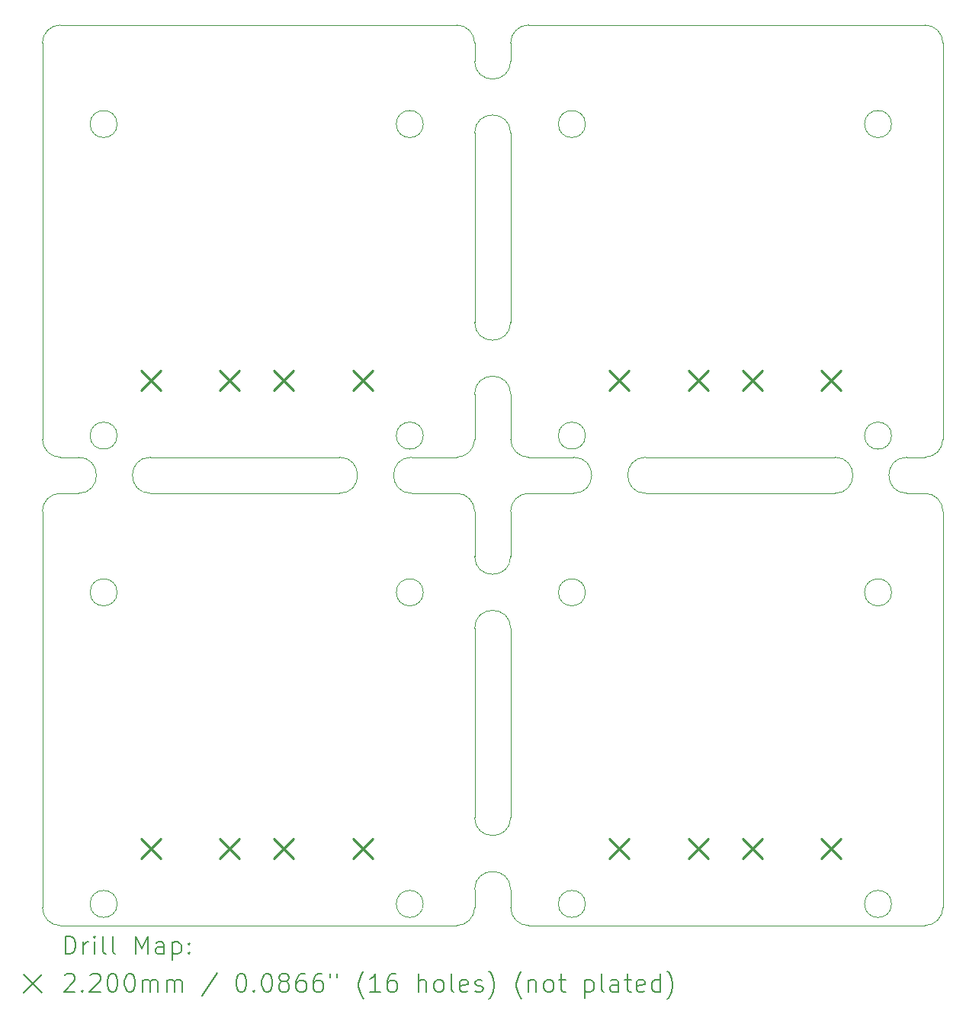
<source format=gbr>
%TF.GenerationSoftware,KiCad,Pcbnew,7.0.7-7.0.7~ubuntu22.04.1*%
%TF.CreationDate,2023-09-26T14:07:11+13:00*%
%TF.ProjectId,VCA,5643412e-6b69-4636-9164-5f7063625858,rev?*%
%TF.SameCoordinates,Original*%
%TF.FileFunction,Drillmap*%
%TF.FilePolarity,Positive*%
%FSLAX45Y45*%
G04 Gerber Fmt 4.5, Leading zero omitted, Abs format (unit mm)*
G04 Created by KiCad (PCBNEW 7.0.7-7.0.7~ubuntu22.04.1) date 2023-09-26 14:07:11*
%MOMM*%
%LPD*%
G01*
G04 APERTURE LIST*
%ADD10C,0.100000*%
%ADD11C,0.200000*%
%ADD12C,0.220000*%
G04 APERTURE END LIST*
D10*
X17500000Y-9800000D02*
X17300000Y-9800000D01*
X12500000Y-9600000D02*
X12500000Y-9100000D01*
X12900000Y-11700000D02*
G75*
G03*
X12500000Y-11700000I-200000J0D01*
G01*
X12900000Y-13800000D02*
X12900000Y-11700000D01*
X12900000Y-9600000D02*
X12900000Y-9100000D01*
X8100000Y-10200000D02*
G75*
G03*
X8100000Y-9800000I0J200000D01*
G01*
X12500000Y-13800000D02*
G75*
G03*
X12900000Y-13800000I200000J0D01*
G01*
X17500000Y-15000000D02*
G75*
G03*
X17700000Y-14800000I0J200000D01*
G01*
X7900000Y-15000000D02*
X12300000Y-15000000D01*
X13100000Y-15000000D02*
X17500000Y-15000000D01*
X7700000Y-14800000D02*
X7700000Y-10400000D01*
X12300000Y-9800000D02*
X11800000Y-9800000D01*
X13730000Y-14760000D02*
G75*
G03*
X13730000Y-14760000I-150000J0D01*
G01*
X7900000Y-5000000D02*
G75*
G03*
X7700000Y-5200000I0J-200000D01*
G01*
X12900000Y-14600000D02*
G75*
G03*
X12500000Y-14600000I-200000J0D01*
G01*
X8900000Y-9800000D02*
G75*
G03*
X8900000Y-10200000I0J-200000D01*
G01*
X11000000Y-10200000D02*
G75*
G03*
X11000000Y-9800000I0J200000D01*
G01*
X17500000Y-10200000D02*
X17300000Y-10200000D01*
X13100000Y-10200000D02*
X13600000Y-10200000D01*
X12500000Y-10400000D02*
X12500000Y-10900000D01*
X13100000Y-5000000D02*
X17500000Y-5000000D01*
X13730000Y-11300000D02*
G75*
G03*
X13730000Y-11300000I-150000J0D01*
G01*
X8900000Y-10200000D02*
X11000000Y-10200000D01*
X12500000Y-8300000D02*
G75*
G03*
X12900000Y-8300000I200000J0D01*
G01*
X12500000Y-5200000D02*
X12500000Y-5400000D01*
X12900000Y-8300000D02*
X12900000Y-6200000D01*
X11930000Y-14760000D02*
G75*
G03*
X11930000Y-14760000I-150000J0D01*
G01*
X12300000Y-9800000D02*
G75*
G03*
X12500000Y-9600000I0J200000D01*
G01*
X14400000Y-10200000D02*
X16500000Y-10200000D01*
X13730000Y-6100000D02*
G75*
G03*
X13730000Y-6100000I-150000J0D01*
G01*
X16500000Y-10200000D02*
G75*
G03*
X16500000Y-9800000I0J200000D01*
G01*
X12900000Y-9100000D02*
G75*
G03*
X12500000Y-9100000I-200000J0D01*
G01*
X17130000Y-6100000D02*
G75*
G03*
X17130000Y-6100000I-150000J0D01*
G01*
X7900000Y-5000000D02*
X12300000Y-5000000D01*
X12500000Y-10900000D02*
G75*
G03*
X12900000Y-10900000I200000J0D01*
G01*
X12500000Y-5200000D02*
G75*
G03*
X12300000Y-5000000I-200000J0D01*
G01*
X11930000Y-9560000D02*
G75*
G03*
X11930000Y-9560000I-150000J0D01*
G01*
X12900000Y-14800000D02*
X12900000Y-14600000D01*
X13730000Y-9560000D02*
G75*
G03*
X13730000Y-9560000I-150000J0D01*
G01*
X12500000Y-5400000D02*
G75*
G03*
X12900000Y-5400000I200000J0D01*
G01*
X11800000Y-9800000D02*
G75*
G03*
X11800000Y-10200000I0J-200000D01*
G01*
X12900000Y-5200000D02*
X12900000Y-5400000D01*
X12300000Y-10200000D02*
X11800000Y-10200000D01*
X17500000Y-9800000D02*
G75*
G03*
X17700000Y-9600000I0J200000D01*
G01*
X12500000Y-10400000D02*
G75*
G03*
X12300000Y-10200000I-200000J0D01*
G01*
X16500000Y-9800000D02*
X14400000Y-9800000D01*
X13600000Y-10200000D02*
G75*
G03*
X13600000Y-9800000I0J200000D01*
G01*
X11930000Y-11300000D02*
G75*
G03*
X11930000Y-11300000I-150000J0D01*
G01*
X17700000Y-5200000D02*
G75*
G03*
X17500000Y-5000000I-200000J0D01*
G01*
X13100000Y-9800000D02*
X13600000Y-9800000D01*
X13100000Y-10200000D02*
G75*
G03*
X12900000Y-10400000I0J-200000D01*
G01*
X12500000Y-14800000D02*
X12500000Y-14600000D01*
X7900000Y-10200000D02*
G75*
G03*
X7700000Y-10400000I0J-200000D01*
G01*
X12900000Y-10400000D02*
X12900000Y-10900000D01*
X12500000Y-6200000D02*
X12500000Y-8300000D01*
X7700000Y-9600000D02*
X7700000Y-5200000D01*
X12300000Y-15000000D02*
G75*
G03*
X12500000Y-14800000I0J200000D01*
G01*
X13100000Y-5000000D02*
G75*
G03*
X12900000Y-5200000I0J-200000D01*
G01*
X17700000Y-10400000D02*
X17700000Y-14800000D01*
X12900000Y-6200000D02*
G75*
G03*
X12500000Y-6200000I-200000J0D01*
G01*
X12900000Y-9600000D02*
G75*
G03*
X13100000Y-9800000I200000J0D01*
G01*
X17130000Y-11300000D02*
G75*
G03*
X17130000Y-11300000I-150000J0D01*
G01*
X12900000Y-14800000D02*
G75*
G03*
X13100000Y-15000000I200000J0D01*
G01*
X11000000Y-9800000D02*
X8900000Y-9800000D01*
X8530000Y-9560000D02*
G75*
G03*
X8530000Y-9560000I-150000J0D01*
G01*
X17700000Y-5200000D02*
X17700000Y-9600000D01*
X17130000Y-9560000D02*
G75*
G03*
X17130000Y-9560000I-150000J0D01*
G01*
X11930000Y-6100000D02*
G75*
G03*
X11930000Y-6100000I-150000J0D01*
G01*
X17300000Y-9800000D02*
G75*
G03*
X17300000Y-10200000I0J-200000D01*
G01*
X12500000Y-11700000D02*
X12500000Y-13800000D01*
X17130000Y-14760000D02*
G75*
G03*
X17130000Y-14760000I-150000J0D01*
G01*
X8530000Y-11300000D02*
G75*
G03*
X8530000Y-11300000I-150000J0D01*
G01*
X7900000Y-9800000D02*
X8100000Y-9800000D01*
X8530000Y-14760000D02*
G75*
G03*
X8530000Y-14760000I-150000J0D01*
G01*
X7700000Y-9600000D02*
G75*
G03*
X7900000Y-9800000I200000J0D01*
G01*
X7900000Y-10200000D02*
X8100000Y-10200000D01*
X7700000Y-14800000D02*
G75*
G03*
X7900000Y-15000000I200000J0D01*
G01*
X17700000Y-10400000D02*
G75*
G03*
X17500000Y-10200000I-200000J0D01*
G01*
X8530000Y-6100000D02*
G75*
G03*
X8530000Y-6100000I-150000J0D01*
G01*
X14400000Y-9800000D02*
G75*
G03*
X14400000Y-10200000I0J-200000D01*
G01*
D11*
D12*
X8792000Y-14040000D02*
X9012000Y-14260000D01*
X9012000Y-14040000D02*
X8792000Y-14260000D01*
X8792000Y-8840000D02*
X9012000Y-9060000D01*
X9012000Y-8840000D02*
X8792000Y-9060000D01*
X9672000Y-14040000D02*
X9892000Y-14260000D01*
X9892000Y-14040000D02*
X9672000Y-14260000D01*
X9672000Y-8840000D02*
X9892000Y-9060000D01*
X9892000Y-8840000D02*
X9672000Y-9060000D01*
X10272000Y-14040000D02*
X10492000Y-14260000D01*
X10492000Y-14040000D02*
X10272000Y-14260000D01*
X10272000Y-8840000D02*
X10492000Y-9060000D01*
X10492000Y-8840000D02*
X10272000Y-9060000D01*
X11152000Y-14040000D02*
X11372000Y-14260000D01*
X11372000Y-14040000D02*
X11152000Y-14260000D01*
X11152000Y-8840000D02*
X11372000Y-9060000D01*
X11372000Y-8840000D02*
X11152000Y-9060000D01*
X13992000Y-8840000D02*
X14212000Y-9060000D01*
X14212000Y-8840000D02*
X13992000Y-9060000D01*
X13992000Y-14040000D02*
X14212000Y-14260000D01*
X14212000Y-14040000D02*
X13992000Y-14260000D01*
X14872000Y-8840000D02*
X15092000Y-9060000D01*
X15092000Y-8840000D02*
X14872000Y-9060000D01*
X14872000Y-14040000D02*
X15092000Y-14260000D01*
X15092000Y-14040000D02*
X14872000Y-14260000D01*
X15472000Y-8840000D02*
X15692000Y-9060000D01*
X15692000Y-8840000D02*
X15472000Y-9060000D01*
X15472000Y-14040000D02*
X15692000Y-14260000D01*
X15692000Y-14040000D02*
X15472000Y-14260000D01*
X16352000Y-8840000D02*
X16572000Y-9060000D01*
X16572000Y-8840000D02*
X16352000Y-9060000D01*
X16352000Y-14040000D02*
X16572000Y-14260000D01*
X16572000Y-14040000D02*
X16352000Y-14260000D01*
D11*
X7955777Y-15316484D02*
X7955777Y-15116484D01*
X7955777Y-15116484D02*
X8003396Y-15116484D01*
X8003396Y-15116484D02*
X8031967Y-15126008D01*
X8031967Y-15126008D02*
X8051015Y-15145055D01*
X8051015Y-15145055D02*
X8060539Y-15164103D01*
X8060539Y-15164103D02*
X8070062Y-15202198D01*
X8070062Y-15202198D02*
X8070062Y-15230769D01*
X8070062Y-15230769D02*
X8060539Y-15268865D01*
X8060539Y-15268865D02*
X8051015Y-15287912D01*
X8051015Y-15287912D02*
X8031967Y-15306960D01*
X8031967Y-15306960D02*
X8003396Y-15316484D01*
X8003396Y-15316484D02*
X7955777Y-15316484D01*
X8155777Y-15316484D02*
X8155777Y-15183150D01*
X8155777Y-15221246D02*
X8165300Y-15202198D01*
X8165300Y-15202198D02*
X8174824Y-15192674D01*
X8174824Y-15192674D02*
X8193872Y-15183150D01*
X8193872Y-15183150D02*
X8212920Y-15183150D01*
X8279586Y-15316484D02*
X8279586Y-15183150D01*
X8279586Y-15116484D02*
X8270062Y-15126008D01*
X8270062Y-15126008D02*
X8279586Y-15135531D01*
X8279586Y-15135531D02*
X8289110Y-15126008D01*
X8289110Y-15126008D02*
X8279586Y-15116484D01*
X8279586Y-15116484D02*
X8279586Y-15135531D01*
X8403396Y-15316484D02*
X8384348Y-15306960D01*
X8384348Y-15306960D02*
X8374824Y-15287912D01*
X8374824Y-15287912D02*
X8374824Y-15116484D01*
X8508158Y-15316484D02*
X8489110Y-15306960D01*
X8489110Y-15306960D02*
X8479586Y-15287912D01*
X8479586Y-15287912D02*
X8479586Y-15116484D01*
X8736729Y-15316484D02*
X8736729Y-15116484D01*
X8736729Y-15116484D02*
X8803396Y-15259341D01*
X8803396Y-15259341D02*
X8870062Y-15116484D01*
X8870062Y-15116484D02*
X8870062Y-15316484D01*
X9051015Y-15316484D02*
X9051015Y-15211722D01*
X9051015Y-15211722D02*
X9041491Y-15192674D01*
X9041491Y-15192674D02*
X9022443Y-15183150D01*
X9022443Y-15183150D02*
X8984348Y-15183150D01*
X8984348Y-15183150D02*
X8965301Y-15192674D01*
X9051015Y-15306960D02*
X9031967Y-15316484D01*
X9031967Y-15316484D02*
X8984348Y-15316484D01*
X8984348Y-15316484D02*
X8965301Y-15306960D01*
X8965301Y-15306960D02*
X8955777Y-15287912D01*
X8955777Y-15287912D02*
X8955777Y-15268865D01*
X8955777Y-15268865D02*
X8965301Y-15249817D01*
X8965301Y-15249817D02*
X8984348Y-15240293D01*
X8984348Y-15240293D02*
X9031967Y-15240293D01*
X9031967Y-15240293D02*
X9051015Y-15230769D01*
X9146253Y-15183150D02*
X9146253Y-15383150D01*
X9146253Y-15192674D02*
X9165301Y-15183150D01*
X9165301Y-15183150D02*
X9203396Y-15183150D01*
X9203396Y-15183150D02*
X9222443Y-15192674D01*
X9222443Y-15192674D02*
X9231967Y-15202198D01*
X9231967Y-15202198D02*
X9241491Y-15221246D01*
X9241491Y-15221246D02*
X9241491Y-15278388D01*
X9241491Y-15278388D02*
X9231967Y-15297436D01*
X9231967Y-15297436D02*
X9222443Y-15306960D01*
X9222443Y-15306960D02*
X9203396Y-15316484D01*
X9203396Y-15316484D02*
X9165301Y-15316484D01*
X9165301Y-15316484D02*
X9146253Y-15306960D01*
X9327205Y-15297436D02*
X9336729Y-15306960D01*
X9336729Y-15306960D02*
X9327205Y-15316484D01*
X9327205Y-15316484D02*
X9317682Y-15306960D01*
X9317682Y-15306960D02*
X9327205Y-15297436D01*
X9327205Y-15297436D02*
X9327205Y-15316484D01*
X9327205Y-15192674D02*
X9336729Y-15202198D01*
X9336729Y-15202198D02*
X9327205Y-15211722D01*
X9327205Y-15211722D02*
X9317682Y-15202198D01*
X9317682Y-15202198D02*
X9327205Y-15192674D01*
X9327205Y-15192674D02*
X9327205Y-15211722D01*
X7495000Y-15545000D02*
X7695000Y-15745000D01*
X7695000Y-15545000D02*
X7495000Y-15745000D01*
X7946253Y-15555531D02*
X7955777Y-15546008D01*
X7955777Y-15546008D02*
X7974824Y-15536484D01*
X7974824Y-15536484D02*
X8022443Y-15536484D01*
X8022443Y-15536484D02*
X8041491Y-15546008D01*
X8041491Y-15546008D02*
X8051015Y-15555531D01*
X8051015Y-15555531D02*
X8060539Y-15574579D01*
X8060539Y-15574579D02*
X8060539Y-15593627D01*
X8060539Y-15593627D02*
X8051015Y-15622198D01*
X8051015Y-15622198D02*
X7936729Y-15736484D01*
X7936729Y-15736484D02*
X8060539Y-15736484D01*
X8146253Y-15717436D02*
X8155777Y-15726960D01*
X8155777Y-15726960D02*
X8146253Y-15736484D01*
X8146253Y-15736484D02*
X8136729Y-15726960D01*
X8136729Y-15726960D02*
X8146253Y-15717436D01*
X8146253Y-15717436D02*
X8146253Y-15736484D01*
X8231967Y-15555531D02*
X8241491Y-15546008D01*
X8241491Y-15546008D02*
X8260539Y-15536484D01*
X8260539Y-15536484D02*
X8308158Y-15536484D01*
X8308158Y-15536484D02*
X8327205Y-15546008D01*
X8327205Y-15546008D02*
X8336729Y-15555531D01*
X8336729Y-15555531D02*
X8346253Y-15574579D01*
X8346253Y-15574579D02*
X8346253Y-15593627D01*
X8346253Y-15593627D02*
X8336729Y-15622198D01*
X8336729Y-15622198D02*
X8222443Y-15736484D01*
X8222443Y-15736484D02*
X8346253Y-15736484D01*
X8470062Y-15536484D02*
X8489110Y-15536484D01*
X8489110Y-15536484D02*
X8508158Y-15546008D01*
X8508158Y-15546008D02*
X8517682Y-15555531D01*
X8517682Y-15555531D02*
X8527205Y-15574579D01*
X8527205Y-15574579D02*
X8536729Y-15612674D01*
X8536729Y-15612674D02*
X8536729Y-15660293D01*
X8536729Y-15660293D02*
X8527205Y-15698388D01*
X8527205Y-15698388D02*
X8517682Y-15717436D01*
X8517682Y-15717436D02*
X8508158Y-15726960D01*
X8508158Y-15726960D02*
X8489110Y-15736484D01*
X8489110Y-15736484D02*
X8470062Y-15736484D01*
X8470062Y-15736484D02*
X8451015Y-15726960D01*
X8451015Y-15726960D02*
X8441491Y-15717436D01*
X8441491Y-15717436D02*
X8431967Y-15698388D01*
X8431967Y-15698388D02*
X8422443Y-15660293D01*
X8422443Y-15660293D02*
X8422443Y-15612674D01*
X8422443Y-15612674D02*
X8431967Y-15574579D01*
X8431967Y-15574579D02*
X8441491Y-15555531D01*
X8441491Y-15555531D02*
X8451015Y-15546008D01*
X8451015Y-15546008D02*
X8470062Y-15536484D01*
X8660539Y-15536484D02*
X8679586Y-15536484D01*
X8679586Y-15536484D02*
X8698634Y-15546008D01*
X8698634Y-15546008D02*
X8708158Y-15555531D01*
X8708158Y-15555531D02*
X8717682Y-15574579D01*
X8717682Y-15574579D02*
X8727205Y-15612674D01*
X8727205Y-15612674D02*
X8727205Y-15660293D01*
X8727205Y-15660293D02*
X8717682Y-15698388D01*
X8717682Y-15698388D02*
X8708158Y-15717436D01*
X8708158Y-15717436D02*
X8698634Y-15726960D01*
X8698634Y-15726960D02*
X8679586Y-15736484D01*
X8679586Y-15736484D02*
X8660539Y-15736484D01*
X8660539Y-15736484D02*
X8641491Y-15726960D01*
X8641491Y-15726960D02*
X8631967Y-15717436D01*
X8631967Y-15717436D02*
X8622443Y-15698388D01*
X8622443Y-15698388D02*
X8612920Y-15660293D01*
X8612920Y-15660293D02*
X8612920Y-15612674D01*
X8612920Y-15612674D02*
X8622443Y-15574579D01*
X8622443Y-15574579D02*
X8631967Y-15555531D01*
X8631967Y-15555531D02*
X8641491Y-15546008D01*
X8641491Y-15546008D02*
X8660539Y-15536484D01*
X8812920Y-15736484D02*
X8812920Y-15603150D01*
X8812920Y-15622198D02*
X8822443Y-15612674D01*
X8822443Y-15612674D02*
X8841491Y-15603150D01*
X8841491Y-15603150D02*
X8870063Y-15603150D01*
X8870063Y-15603150D02*
X8889110Y-15612674D01*
X8889110Y-15612674D02*
X8898634Y-15631722D01*
X8898634Y-15631722D02*
X8898634Y-15736484D01*
X8898634Y-15631722D02*
X8908158Y-15612674D01*
X8908158Y-15612674D02*
X8927205Y-15603150D01*
X8927205Y-15603150D02*
X8955777Y-15603150D01*
X8955777Y-15603150D02*
X8974824Y-15612674D01*
X8974824Y-15612674D02*
X8984348Y-15631722D01*
X8984348Y-15631722D02*
X8984348Y-15736484D01*
X9079586Y-15736484D02*
X9079586Y-15603150D01*
X9079586Y-15622198D02*
X9089110Y-15612674D01*
X9089110Y-15612674D02*
X9108158Y-15603150D01*
X9108158Y-15603150D02*
X9136729Y-15603150D01*
X9136729Y-15603150D02*
X9155777Y-15612674D01*
X9155777Y-15612674D02*
X9165301Y-15631722D01*
X9165301Y-15631722D02*
X9165301Y-15736484D01*
X9165301Y-15631722D02*
X9174824Y-15612674D01*
X9174824Y-15612674D02*
X9193872Y-15603150D01*
X9193872Y-15603150D02*
X9222443Y-15603150D01*
X9222443Y-15603150D02*
X9241491Y-15612674D01*
X9241491Y-15612674D02*
X9251015Y-15631722D01*
X9251015Y-15631722D02*
X9251015Y-15736484D01*
X9641491Y-15526960D02*
X9470063Y-15784103D01*
X9898634Y-15536484D02*
X9917682Y-15536484D01*
X9917682Y-15536484D02*
X9936729Y-15546008D01*
X9936729Y-15546008D02*
X9946253Y-15555531D01*
X9946253Y-15555531D02*
X9955777Y-15574579D01*
X9955777Y-15574579D02*
X9965301Y-15612674D01*
X9965301Y-15612674D02*
X9965301Y-15660293D01*
X9965301Y-15660293D02*
X9955777Y-15698388D01*
X9955777Y-15698388D02*
X9946253Y-15717436D01*
X9946253Y-15717436D02*
X9936729Y-15726960D01*
X9936729Y-15726960D02*
X9917682Y-15736484D01*
X9917682Y-15736484D02*
X9898634Y-15736484D01*
X9898634Y-15736484D02*
X9879586Y-15726960D01*
X9879586Y-15726960D02*
X9870063Y-15717436D01*
X9870063Y-15717436D02*
X9860539Y-15698388D01*
X9860539Y-15698388D02*
X9851015Y-15660293D01*
X9851015Y-15660293D02*
X9851015Y-15612674D01*
X9851015Y-15612674D02*
X9860539Y-15574579D01*
X9860539Y-15574579D02*
X9870063Y-15555531D01*
X9870063Y-15555531D02*
X9879586Y-15546008D01*
X9879586Y-15546008D02*
X9898634Y-15536484D01*
X10051015Y-15717436D02*
X10060539Y-15726960D01*
X10060539Y-15726960D02*
X10051015Y-15736484D01*
X10051015Y-15736484D02*
X10041491Y-15726960D01*
X10041491Y-15726960D02*
X10051015Y-15717436D01*
X10051015Y-15717436D02*
X10051015Y-15736484D01*
X10184348Y-15536484D02*
X10203396Y-15536484D01*
X10203396Y-15536484D02*
X10222444Y-15546008D01*
X10222444Y-15546008D02*
X10231967Y-15555531D01*
X10231967Y-15555531D02*
X10241491Y-15574579D01*
X10241491Y-15574579D02*
X10251015Y-15612674D01*
X10251015Y-15612674D02*
X10251015Y-15660293D01*
X10251015Y-15660293D02*
X10241491Y-15698388D01*
X10241491Y-15698388D02*
X10231967Y-15717436D01*
X10231967Y-15717436D02*
X10222444Y-15726960D01*
X10222444Y-15726960D02*
X10203396Y-15736484D01*
X10203396Y-15736484D02*
X10184348Y-15736484D01*
X10184348Y-15736484D02*
X10165301Y-15726960D01*
X10165301Y-15726960D02*
X10155777Y-15717436D01*
X10155777Y-15717436D02*
X10146253Y-15698388D01*
X10146253Y-15698388D02*
X10136729Y-15660293D01*
X10136729Y-15660293D02*
X10136729Y-15612674D01*
X10136729Y-15612674D02*
X10146253Y-15574579D01*
X10146253Y-15574579D02*
X10155777Y-15555531D01*
X10155777Y-15555531D02*
X10165301Y-15546008D01*
X10165301Y-15546008D02*
X10184348Y-15536484D01*
X10365301Y-15622198D02*
X10346253Y-15612674D01*
X10346253Y-15612674D02*
X10336729Y-15603150D01*
X10336729Y-15603150D02*
X10327206Y-15584103D01*
X10327206Y-15584103D02*
X10327206Y-15574579D01*
X10327206Y-15574579D02*
X10336729Y-15555531D01*
X10336729Y-15555531D02*
X10346253Y-15546008D01*
X10346253Y-15546008D02*
X10365301Y-15536484D01*
X10365301Y-15536484D02*
X10403396Y-15536484D01*
X10403396Y-15536484D02*
X10422444Y-15546008D01*
X10422444Y-15546008D02*
X10431967Y-15555531D01*
X10431967Y-15555531D02*
X10441491Y-15574579D01*
X10441491Y-15574579D02*
X10441491Y-15584103D01*
X10441491Y-15584103D02*
X10431967Y-15603150D01*
X10431967Y-15603150D02*
X10422444Y-15612674D01*
X10422444Y-15612674D02*
X10403396Y-15622198D01*
X10403396Y-15622198D02*
X10365301Y-15622198D01*
X10365301Y-15622198D02*
X10346253Y-15631722D01*
X10346253Y-15631722D02*
X10336729Y-15641246D01*
X10336729Y-15641246D02*
X10327206Y-15660293D01*
X10327206Y-15660293D02*
X10327206Y-15698388D01*
X10327206Y-15698388D02*
X10336729Y-15717436D01*
X10336729Y-15717436D02*
X10346253Y-15726960D01*
X10346253Y-15726960D02*
X10365301Y-15736484D01*
X10365301Y-15736484D02*
X10403396Y-15736484D01*
X10403396Y-15736484D02*
X10422444Y-15726960D01*
X10422444Y-15726960D02*
X10431967Y-15717436D01*
X10431967Y-15717436D02*
X10441491Y-15698388D01*
X10441491Y-15698388D02*
X10441491Y-15660293D01*
X10441491Y-15660293D02*
X10431967Y-15641246D01*
X10431967Y-15641246D02*
X10422444Y-15631722D01*
X10422444Y-15631722D02*
X10403396Y-15622198D01*
X10612920Y-15536484D02*
X10574825Y-15536484D01*
X10574825Y-15536484D02*
X10555777Y-15546008D01*
X10555777Y-15546008D02*
X10546253Y-15555531D01*
X10546253Y-15555531D02*
X10527206Y-15584103D01*
X10527206Y-15584103D02*
X10517682Y-15622198D01*
X10517682Y-15622198D02*
X10517682Y-15698388D01*
X10517682Y-15698388D02*
X10527206Y-15717436D01*
X10527206Y-15717436D02*
X10536729Y-15726960D01*
X10536729Y-15726960D02*
X10555777Y-15736484D01*
X10555777Y-15736484D02*
X10593872Y-15736484D01*
X10593872Y-15736484D02*
X10612920Y-15726960D01*
X10612920Y-15726960D02*
X10622444Y-15717436D01*
X10622444Y-15717436D02*
X10631967Y-15698388D01*
X10631967Y-15698388D02*
X10631967Y-15650769D01*
X10631967Y-15650769D02*
X10622444Y-15631722D01*
X10622444Y-15631722D02*
X10612920Y-15622198D01*
X10612920Y-15622198D02*
X10593872Y-15612674D01*
X10593872Y-15612674D02*
X10555777Y-15612674D01*
X10555777Y-15612674D02*
X10536729Y-15622198D01*
X10536729Y-15622198D02*
X10527206Y-15631722D01*
X10527206Y-15631722D02*
X10517682Y-15650769D01*
X10803396Y-15536484D02*
X10765301Y-15536484D01*
X10765301Y-15536484D02*
X10746253Y-15546008D01*
X10746253Y-15546008D02*
X10736729Y-15555531D01*
X10736729Y-15555531D02*
X10717682Y-15584103D01*
X10717682Y-15584103D02*
X10708158Y-15622198D01*
X10708158Y-15622198D02*
X10708158Y-15698388D01*
X10708158Y-15698388D02*
X10717682Y-15717436D01*
X10717682Y-15717436D02*
X10727206Y-15726960D01*
X10727206Y-15726960D02*
X10746253Y-15736484D01*
X10746253Y-15736484D02*
X10784348Y-15736484D01*
X10784348Y-15736484D02*
X10803396Y-15726960D01*
X10803396Y-15726960D02*
X10812920Y-15717436D01*
X10812920Y-15717436D02*
X10822444Y-15698388D01*
X10822444Y-15698388D02*
X10822444Y-15650769D01*
X10822444Y-15650769D02*
X10812920Y-15631722D01*
X10812920Y-15631722D02*
X10803396Y-15622198D01*
X10803396Y-15622198D02*
X10784348Y-15612674D01*
X10784348Y-15612674D02*
X10746253Y-15612674D01*
X10746253Y-15612674D02*
X10727206Y-15622198D01*
X10727206Y-15622198D02*
X10717682Y-15631722D01*
X10717682Y-15631722D02*
X10708158Y-15650769D01*
X10898634Y-15536484D02*
X10898634Y-15574579D01*
X10974825Y-15536484D02*
X10974825Y-15574579D01*
X11270063Y-15812674D02*
X11260539Y-15803150D01*
X11260539Y-15803150D02*
X11241491Y-15774579D01*
X11241491Y-15774579D02*
X11231967Y-15755531D01*
X11231967Y-15755531D02*
X11222444Y-15726960D01*
X11222444Y-15726960D02*
X11212920Y-15679341D01*
X11212920Y-15679341D02*
X11212920Y-15641246D01*
X11212920Y-15641246D02*
X11222444Y-15593627D01*
X11222444Y-15593627D02*
X11231967Y-15565055D01*
X11231967Y-15565055D02*
X11241491Y-15546008D01*
X11241491Y-15546008D02*
X11260539Y-15517436D01*
X11260539Y-15517436D02*
X11270063Y-15507912D01*
X11451015Y-15736484D02*
X11336729Y-15736484D01*
X11393872Y-15736484D02*
X11393872Y-15536484D01*
X11393872Y-15536484D02*
X11374825Y-15565055D01*
X11374825Y-15565055D02*
X11355777Y-15584103D01*
X11355777Y-15584103D02*
X11336729Y-15593627D01*
X11622444Y-15536484D02*
X11584348Y-15536484D01*
X11584348Y-15536484D02*
X11565301Y-15546008D01*
X11565301Y-15546008D02*
X11555777Y-15555531D01*
X11555777Y-15555531D02*
X11536729Y-15584103D01*
X11536729Y-15584103D02*
X11527206Y-15622198D01*
X11527206Y-15622198D02*
X11527206Y-15698388D01*
X11527206Y-15698388D02*
X11536729Y-15717436D01*
X11536729Y-15717436D02*
X11546253Y-15726960D01*
X11546253Y-15726960D02*
X11565301Y-15736484D01*
X11565301Y-15736484D02*
X11603396Y-15736484D01*
X11603396Y-15736484D02*
X11622444Y-15726960D01*
X11622444Y-15726960D02*
X11631967Y-15717436D01*
X11631967Y-15717436D02*
X11641491Y-15698388D01*
X11641491Y-15698388D02*
X11641491Y-15650769D01*
X11641491Y-15650769D02*
X11631967Y-15631722D01*
X11631967Y-15631722D02*
X11622444Y-15622198D01*
X11622444Y-15622198D02*
X11603396Y-15612674D01*
X11603396Y-15612674D02*
X11565301Y-15612674D01*
X11565301Y-15612674D02*
X11546253Y-15622198D01*
X11546253Y-15622198D02*
X11536729Y-15631722D01*
X11536729Y-15631722D02*
X11527206Y-15650769D01*
X11879587Y-15736484D02*
X11879587Y-15536484D01*
X11965301Y-15736484D02*
X11965301Y-15631722D01*
X11965301Y-15631722D02*
X11955777Y-15612674D01*
X11955777Y-15612674D02*
X11936729Y-15603150D01*
X11936729Y-15603150D02*
X11908158Y-15603150D01*
X11908158Y-15603150D02*
X11889110Y-15612674D01*
X11889110Y-15612674D02*
X11879587Y-15622198D01*
X12089110Y-15736484D02*
X12070063Y-15726960D01*
X12070063Y-15726960D02*
X12060539Y-15717436D01*
X12060539Y-15717436D02*
X12051015Y-15698388D01*
X12051015Y-15698388D02*
X12051015Y-15641246D01*
X12051015Y-15641246D02*
X12060539Y-15622198D01*
X12060539Y-15622198D02*
X12070063Y-15612674D01*
X12070063Y-15612674D02*
X12089110Y-15603150D01*
X12089110Y-15603150D02*
X12117682Y-15603150D01*
X12117682Y-15603150D02*
X12136729Y-15612674D01*
X12136729Y-15612674D02*
X12146253Y-15622198D01*
X12146253Y-15622198D02*
X12155777Y-15641246D01*
X12155777Y-15641246D02*
X12155777Y-15698388D01*
X12155777Y-15698388D02*
X12146253Y-15717436D01*
X12146253Y-15717436D02*
X12136729Y-15726960D01*
X12136729Y-15726960D02*
X12117682Y-15736484D01*
X12117682Y-15736484D02*
X12089110Y-15736484D01*
X12270063Y-15736484D02*
X12251015Y-15726960D01*
X12251015Y-15726960D02*
X12241491Y-15707912D01*
X12241491Y-15707912D02*
X12241491Y-15536484D01*
X12422444Y-15726960D02*
X12403396Y-15736484D01*
X12403396Y-15736484D02*
X12365301Y-15736484D01*
X12365301Y-15736484D02*
X12346253Y-15726960D01*
X12346253Y-15726960D02*
X12336729Y-15707912D01*
X12336729Y-15707912D02*
X12336729Y-15631722D01*
X12336729Y-15631722D02*
X12346253Y-15612674D01*
X12346253Y-15612674D02*
X12365301Y-15603150D01*
X12365301Y-15603150D02*
X12403396Y-15603150D01*
X12403396Y-15603150D02*
X12422444Y-15612674D01*
X12422444Y-15612674D02*
X12431968Y-15631722D01*
X12431968Y-15631722D02*
X12431968Y-15650769D01*
X12431968Y-15650769D02*
X12336729Y-15669817D01*
X12508158Y-15726960D02*
X12527206Y-15736484D01*
X12527206Y-15736484D02*
X12565301Y-15736484D01*
X12565301Y-15736484D02*
X12584349Y-15726960D01*
X12584349Y-15726960D02*
X12593872Y-15707912D01*
X12593872Y-15707912D02*
X12593872Y-15698388D01*
X12593872Y-15698388D02*
X12584349Y-15679341D01*
X12584349Y-15679341D02*
X12565301Y-15669817D01*
X12565301Y-15669817D02*
X12536729Y-15669817D01*
X12536729Y-15669817D02*
X12517682Y-15660293D01*
X12517682Y-15660293D02*
X12508158Y-15641246D01*
X12508158Y-15641246D02*
X12508158Y-15631722D01*
X12508158Y-15631722D02*
X12517682Y-15612674D01*
X12517682Y-15612674D02*
X12536729Y-15603150D01*
X12536729Y-15603150D02*
X12565301Y-15603150D01*
X12565301Y-15603150D02*
X12584349Y-15612674D01*
X12660539Y-15812674D02*
X12670063Y-15803150D01*
X12670063Y-15803150D02*
X12689110Y-15774579D01*
X12689110Y-15774579D02*
X12698634Y-15755531D01*
X12698634Y-15755531D02*
X12708158Y-15726960D01*
X12708158Y-15726960D02*
X12717682Y-15679341D01*
X12717682Y-15679341D02*
X12717682Y-15641246D01*
X12717682Y-15641246D02*
X12708158Y-15593627D01*
X12708158Y-15593627D02*
X12698634Y-15565055D01*
X12698634Y-15565055D02*
X12689110Y-15546008D01*
X12689110Y-15546008D02*
X12670063Y-15517436D01*
X12670063Y-15517436D02*
X12660539Y-15507912D01*
X13022444Y-15812674D02*
X13012920Y-15803150D01*
X13012920Y-15803150D02*
X12993872Y-15774579D01*
X12993872Y-15774579D02*
X12984349Y-15755531D01*
X12984349Y-15755531D02*
X12974825Y-15726960D01*
X12974825Y-15726960D02*
X12965301Y-15679341D01*
X12965301Y-15679341D02*
X12965301Y-15641246D01*
X12965301Y-15641246D02*
X12974825Y-15593627D01*
X12974825Y-15593627D02*
X12984349Y-15565055D01*
X12984349Y-15565055D02*
X12993872Y-15546008D01*
X12993872Y-15546008D02*
X13012920Y-15517436D01*
X13012920Y-15517436D02*
X13022444Y-15507912D01*
X13098634Y-15603150D02*
X13098634Y-15736484D01*
X13098634Y-15622198D02*
X13108158Y-15612674D01*
X13108158Y-15612674D02*
X13127206Y-15603150D01*
X13127206Y-15603150D02*
X13155777Y-15603150D01*
X13155777Y-15603150D02*
X13174825Y-15612674D01*
X13174825Y-15612674D02*
X13184349Y-15631722D01*
X13184349Y-15631722D02*
X13184349Y-15736484D01*
X13308158Y-15736484D02*
X13289110Y-15726960D01*
X13289110Y-15726960D02*
X13279587Y-15717436D01*
X13279587Y-15717436D02*
X13270063Y-15698388D01*
X13270063Y-15698388D02*
X13270063Y-15641246D01*
X13270063Y-15641246D02*
X13279587Y-15622198D01*
X13279587Y-15622198D02*
X13289110Y-15612674D01*
X13289110Y-15612674D02*
X13308158Y-15603150D01*
X13308158Y-15603150D02*
X13336730Y-15603150D01*
X13336730Y-15603150D02*
X13355777Y-15612674D01*
X13355777Y-15612674D02*
X13365301Y-15622198D01*
X13365301Y-15622198D02*
X13374825Y-15641246D01*
X13374825Y-15641246D02*
X13374825Y-15698388D01*
X13374825Y-15698388D02*
X13365301Y-15717436D01*
X13365301Y-15717436D02*
X13355777Y-15726960D01*
X13355777Y-15726960D02*
X13336730Y-15736484D01*
X13336730Y-15736484D02*
X13308158Y-15736484D01*
X13431968Y-15603150D02*
X13508158Y-15603150D01*
X13460539Y-15536484D02*
X13460539Y-15707912D01*
X13460539Y-15707912D02*
X13470063Y-15726960D01*
X13470063Y-15726960D02*
X13489110Y-15736484D01*
X13489110Y-15736484D02*
X13508158Y-15736484D01*
X13727206Y-15603150D02*
X13727206Y-15803150D01*
X13727206Y-15612674D02*
X13746253Y-15603150D01*
X13746253Y-15603150D02*
X13784349Y-15603150D01*
X13784349Y-15603150D02*
X13803396Y-15612674D01*
X13803396Y-15612674D02*
X13812920Y-15622198D01*
X13812920Y-15622198D02*
X13822444Y-15641246D01*
X13822444Y-15641246D02*
X13822444Y-15698388D01*
X13822444Y-15698388D02*
X13812920Y-15717436D01*
X13812920Y-15717436D02*
X13803396Y-15726960D01*
X13803396Y-15726960D02*
X13784349Y-15736484D01*
X13784349Y-15736484D02*
X13746253Y-15736484D01*
X13746253Y-15736484D02*
X13727206Y-15726960D01*
X13936730Y-15736484D02*
X13917682Y-15726960D01*
X13917682Y-15726960D02*
X13908158Y-15707912D01*
X13908158Y-15707912D02*
X13908158Y-15536484D01*
X14098634Y-15736484D02*
X14098634Y-15631722D01*
X14098634Y-15631722D02*
X14089111Y-15612674D01*
X14089111Y-15612674D02*
X14070063Y-15603150D01*
X14070063Y-15603150D02*
X14031968Y-15603150D01*
X14031968Y-15603150D02*
X14012920Y-15612674D01*
X14098634Y-15726960D02*
X14079587Y-15736484D01*
X14079587Y-15736484D02*
X14031968Y-15736484D01*
X14031968Y-15736484D02*
X14012920Y-15726960D01*
X14012920Y-15726960D02*
X14003396Y-15707912D01*
X14003396Y-15707912D02*
X14003396Y-15688865D01*
X14003396Y-15688865D02*
X14012920Y-15669817D01*
X14012920Y-15669817D02*
X14031968Y-15660293D01*
X14031968Y-15660293D02*
X14079587Y-15660293D01*
X14079587Y-15660293D02*
X14098634Y-15650769D01*
X14165301Y-15603150D02*
X14241491Y-15603150D01*
X14193872Y-15536484D02*
X14193872Y-15707912D01*
X14193872Y-15707912D02*
X14203396Y-15726960D01*
X14203396Y-15726960D02*
X14222444Y-15736484D01*
X14222444Y-15736484D02*
X14241491Y-15736484D01*
X14384349Y-15726960D02*
X14365301Y-15736484D01*
X14365301Y-15736484D02*
X14327206Y-15736484D01*
X14327206Y-15736484D02*
X14308158Y-15726960D01*
X14308158Y-15726960D02*
X14298634Y-15707912D01*
X14298634Y-15707912D02*
X14298634Y-15631722D01*
X14298634Y-15631722D02*
X14308158Y-15612674D01*
X14308158Y-15612674D02*
X14327206Y-15603150D01*
X14327206Y-15603150D02*
X14365301Y-15603150D01*
X14365301Y-15603150D02*
X14384349Y-15612674D01*
X14384349Y-15612674D02*
X14393872Y-15631722D01*
X14393872Y-15631722D02*
X14393872Y-15650769D01*
X14393872Y-15650769D02*
X14298634Y-15669817D01*
X14565301Y-15736484D02*
X14565301Y-15536484D01*
X14565301Y-15726960D02*
X14546253Y-15736484D01*
X14546253Y-15736484D02*
X14508158Y-15736484D01*
X14508158Y-15736484D02*
X14489111Y-15726960D01*
X14489111Y-15726960D02*
X14479587Y-15717436D01*
X14479587Y-15717436D02*
X14470063Y-15698388D01*
X14470063Y-15698388D02*
X14470063Y-15641246D01*
X14470063Y-15641246D02*
X14479587Y-15622198D01*
X14479587Y-15622198D02*
X14489111Y-15612674D01*
X14489111Y-15612674D02*
X14508158Y-15603150D01*
X14508158Y-15603150D02*
X14546253Y-15603150D01*
X14546253Y-15603150D02*
X14565301Y-15612674D01*
X14641492Y-15812674D02*
X14651015Y-15803150D01*
X14651015Y-15803150D02*
X14670063Y-15774579D01*
X14670063Y-15774579D02*
X14679587Y-15755531D01*
X14679587Y-15755531D02*
X14689111Y-15726960D01*
X14689111Y-15726960D02*
X14698634Y-15679341D01*
X14698634Y-15679341D02*
X14698634Y-15641246D01*
X14698634Y-15641246D02*
X14689111Y-15593627D01*
X14689111Y-15593627D02*
X14679587Y-15565055D01*
X14679587Y-15565055D02*
X14670063Y-15546008D01*
X14670063Y-15546008D02*
X14651015Y-15517436D01*
X14651015Y-15517436D02*
X14641492Y-15507912D01*
M02*

</source>
